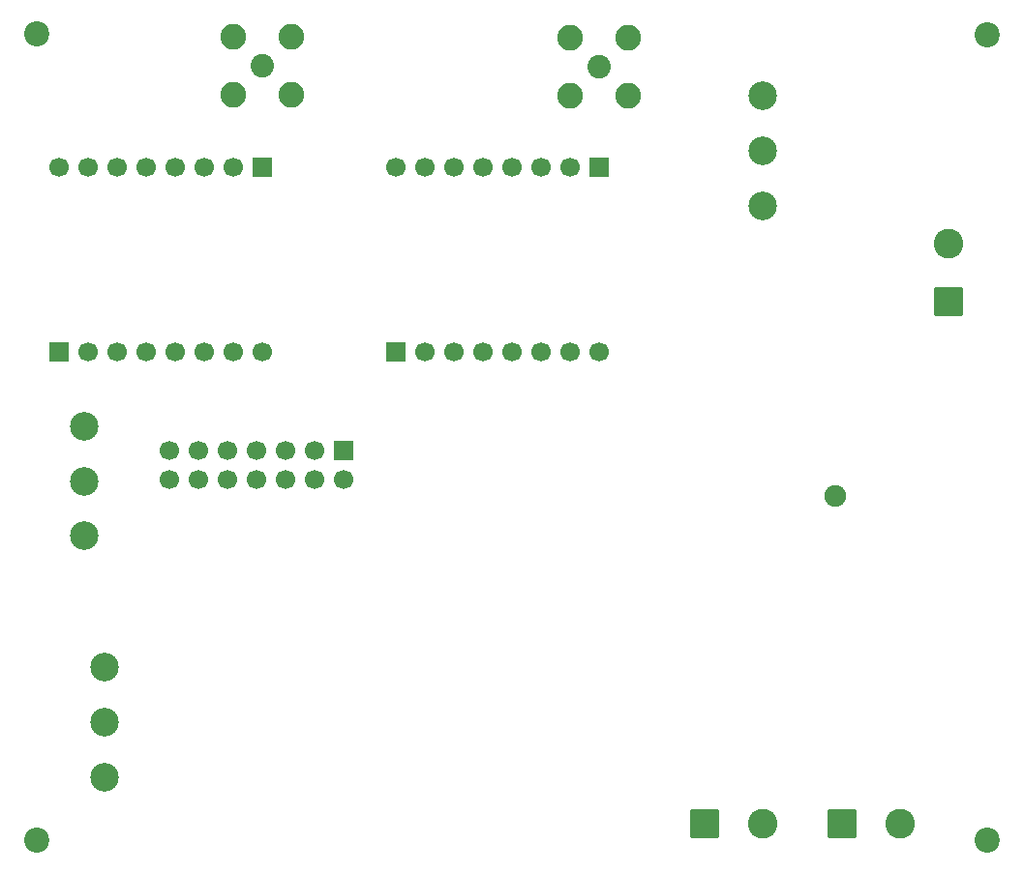
<source format=gbr>
%TF.GenerationSoftware,KiCad,Pcbnew,9.0.6*%
%TF.CreationDate,2026-02-10T23:26:08+00:00*%
%TF.ProjectId,avionics_dev_board,6176696f-6e69-4637-935f-6465765f626f,rev?*%
%TF.SameCoordinates,Original*%
%TF.FileFunction,Soldermask,Bot*%
%TF.FilePolarity,Negative*%
%FSLAX46Y46*%
G04 Gerber Fmt 4.6, Leading zero omitted, Abs format (unit mm)*
G04 Created by KiCad (PCBNEW 9.0.6) date 2026-02-10 23:26:08*
%MOMM*%
%LPD*%
G01*
G04 APERTURE LIST*
G04 Aperture macros list*
%AMRoundRect*
0 Rectangle with rounded corners*
0 $1 Rounding radius*
0 $2 $3 $4 $5 $6 $7 $8 $9 X,Y pos of 4 corners*
0 Add a 4 corners polygon primitive as box body*
4,1,4,$2,$3,$4,$5,$6,$7,$8,$9,$2,$3,0*
0 Add four circle primitives for the rounded corners*
1,1,$1+$1,$2,$3*
1,1,$1+$1,$4,$5*
1,1,$1+$1,$6,$7*
1,1,$1+$1,$8,$9*
0 Add four rect primitives between the rounded corners*
20,1,$1+$1,$2,$3,$4,$5,0*
20,1,$1+$1,$4,$5,$6,$7,0*
20,1,$1+$1,$6,$7,$8,$9,0*
20,1,$1+$1,$8,$9,$2,$3,0*%
G04 Aperture macros list end*
%ADD10C,2.600000*%
%ADD11RoundRect,0.250000X-1.050000X-1.050000X1.050000X-1.050000X1.050000X1.050000X-1.050000X1.050000X0*%
%ADD12C,2.500000*%
%ADD13RoundRect,0.250000X1.050000X-1.050000X1.050000X1.050000X-1.050000X1.050000X-1.050000X-1.050000X0*%
%ADD14C,2.050000*%
%ADD15C,2.250000*%
%ADD16R,1.700000X1.700000*%
%ADD17C,1.700000*%
%ADD18C,2.200000*%
%ADD19C,1.905000*%
G04 APERTURE END LIST*
D10*
%TO.C,J9-NICH*%
X188758168Y-99675000D03*
D11*
X183678168Y-99675000D03*
%TD*%
D12*
%TO.C,PWR_SW*%
X188750000Y-35987500D03*
X188750000Y-40787500D03*
X188750000Y-45587500D03*
%TD*%
D10*
%TO.C,J1-MBAT*%
X205072500Y-48865000D03*
D13*
X205072500Y-53945000D03*
%TD*%
D14*
%TO.C,ANT_24*%
X145000000Y-33340000D03*
D15*
X142460000Y-30800000D03*
X142460000Y-35880000D03*
X147540000Y-30800000D03*
X147540000Y-35880000D03*
%TD*%
D16*
%TO.C,L62-1*%
X174480000Y-42200000D03*
D17*
X171940000Y-42200000D03*
X169400000Y-42200000D03*
X166860000Y-42200000D03*
X164320000Y-42200000D03*
X161780000Y-42200000D03*
X159240000Y-42200000D03*
X156700000Y-42200000D03*
%TD*%
D16*
%TO.C,L80-2*%
X127210000Y-58400000D03*
D17*
X129750000Y-58400000D03*
X132290000Y-58400000D03*
X134830000Y-58400000D03*
X137370000Y-58400000D03*
X139910000Y-58400000D03*
X142450000Y-58400000D03*
X144990000Y-58400000D03*
%TD*%
D14*
%TO.C,ANT_868*%
X174480000Y-33400000D03*
D15*
X171940000Y-30860000D03*
X171940000Y-35940000D03*
X177020000Y-30860000D03*
X177020000Y-35940000D03*
%TD*%
D16*
%TO.C,L80-1*%
X145020000Y-42200000D03*
D17*
X142480000Y-42200000D03*
X139940000Y-42200000D03*
X137400000Y-42200000D03*
X134860000Y-42200000D03*
X132320000Y-42200000D03*
X129780000Y-42200000D03*
X127240000Y-42200000D03*
%TD*%
D18*
%TO.C,H3*%
X125300000Y-30500000D03*
%TD*%
D12*
%TO.C,PARA_ARM*%
X131200000Y-95605000D03*
X131200000Y-90805000D03*
X131200000Y-86005000D03*
%TD*%
D18*
%TO.C,H4*%
X208400000Y-30600000D03*
%TD*%
D19*
%TO.C,AE1*%
X195100000Y-71000000D03*
%TD*%
D12*
%TO.C,BOOT_SW*%
X129400000Y-64900000D03*
X129400000Y-69700000D03*
X129400000Y-74500000D03*
%TD*%
D18*
%TO.C,H1*%
X125300000Y-101100000D03*
%TD*%
D16*
%TO.C,L62-2*%
X156725000Y-58375000D03*
D17*
X159265000Y-58375000D03*
X161805000Y-58375000D03*
X164345000Y-58375000D03*
X166885000Y-58375000D03*
X169425000Y-58375000D03*
X171965000Y-58375000D03*
X174505000Y-58375000D03*
%TD*%
D16*
%TO.C,SWD_INT*%
X152140000Y-67060000D03*
D17*
X152140000Y-69600000D03*
X149600000Y-67060000D03*
X149600000Y-69600000D03*
X147060000Y-67060000D03*
X147060000Y-69600000D03*
X144520000Y-67060000D03*
X144520000Y-69600000D03*
X141980000Y-67060000D03*
X141980000Y-69600000D03*
X139440000Y-67060000D03*
X139440000Y-69600000D03*
X136900000Y-67060000D03*
X136900000Y-69600000D03*
%TD*%
D11*
%TO.C,J10-PBAT*%
X195720000Y-99672500D03*
D10*
X200800000Y-99672500D03*
%TD*%
D18*
%TO.C,H2*%
X208400000Y-101100000D03*
%TD*%
M02*

</source>
